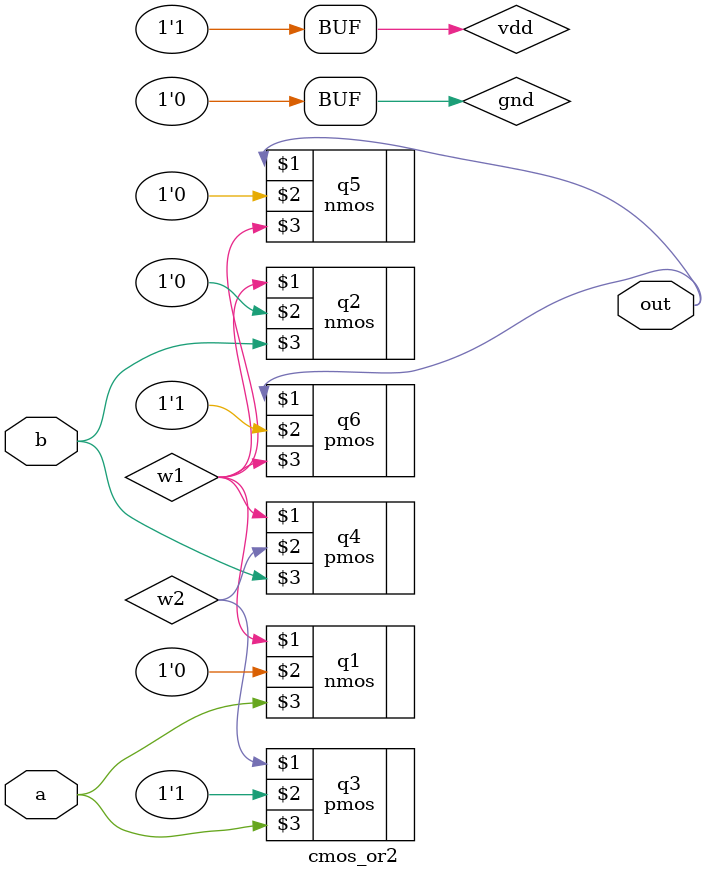
<source format=v>
module cmos_or2(input a, b, output out);
	wire w1, w2;
	supply1 vdd;
	supply0 gnd;

	nmos q1(w1, gnd, a);
	nmos q2(w1, gnd, b);

	pmos q3(w2, vdd, a);
	pmos q4(w1, w2, b);

	nmos q5(out, gnd, w1);
	pmos q6(out, vdd, w1);
endmodule


</source>
